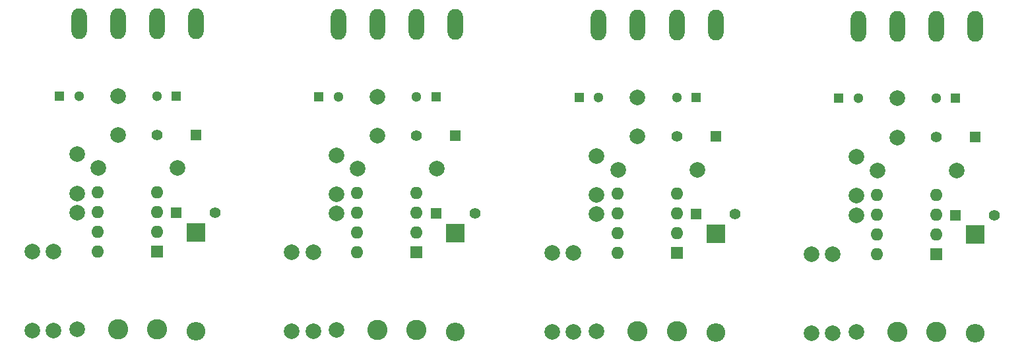
<source format=gbr>
G04 #@! TF.FileFunction,Copper,L1,Top,Signal*
%FSLAX46Y46*%
G04 Gerber Fmt 4.6, Leading zero omitted, Abs format (unit mm)*
G04 Created by KiCad (PCBNEW 4.0.5+dfsg1-4) date Sat Jun 20 17:51:13 2020*
%MOMM*%
%LPD*%
G01*
G04 APERTURE LIST*
%ADD10C,0.100000*%
%ADD11R,1.300000X1.300000*%
%ADD12C,1.300000*%
%ADD13C,1.998980*%
%ADD14R,1.400000X1.400000*%
%ADD15C,1.400000*%
%ADD16C,2.600000*%
%ADD17R,2.400000X2.400000*%
%ADD18O,2.400000X2.400000*%
%ADD19R,1.600000X1.600000*%
%ADD20O,1.600000X1.600000*%
%ADD21O,1.981200X3.962400*%
G04 APERTURE END LIST*
D10*
D11*
X128600000Y-137200000D03*
D12*
X126100000Y-137200000D03*
D13*
X115850000Y-152200000D03*
X115850000Y-167200000D03*
D14*
X131100000Y-142200000D03*
D15*
X126100000Y-142200000D03*
D14*
X128600000Y-152200000D03*
D15*
X133600000Y-152200000D03*
D16*
X121100000Y-167200000D03*
X126100000Y-167200000D03*
D13*
X115850000Y-149699360D03*
X115850000Y-144698100D03*
X121100000Y-137200640D03*
X121100000Y-142201900D03*
X118600000Y-146450000D03*
X128760000Y-146450000D03*
D17*
X131100000Y-154700000D03*
D18*
X131100000Y-167400000D03*
D13*
X110100000Y-157200000D03*
X110100000Y-167360000D03*
X112850000Y-157200000D03*
X112850000Y-167360000D03*
D11*
X113600000Y-137200000D03*
D12*
X116100000Y-137200000D03*
D19*
X126100000Y-157200000D03*
D20*
X118480000Y-149580000D03*
X126100000Y-154660000D03*
X118480000Y-152120000D03*
X126100000Y-152120000D03*
X118480000Y-154660000D03*
X126100000Y-149580000D03*
X118480000Y-157200000D03*
D21*
X131100000Y-127900000D03*
X126100000Y-127900000D03*
X121100000Y-127900000D03*
X116100000Y-127900000D03*
X154400000Y-128000000D03*
X149400000Y-128000000D03*
X164400000Y-128000000D03*
X159400000Y-128000000D03*
D19*
X159400000Y-157300000D03*
D20*
X151780000Y-149680000D03*
X159400000Y-154760000D03*
X151780000Y-152220000D03*
X159400000Y-152220000D03*
X151780000Y-154760000D03*
X159400000Y-149680000D03*
X151780000Y-157300000D03*
D11*
X146900000Y-137300000D03*
D12*
X149400000Y-137300000D03*
D13*
X146150000Y-157300000D03*
X146150000Y-167460000D03*
X143400000Y-157300000D03*
X143400000Y-167460000D03*
D17*
X164400000Y-154800000D03*
D18*
X164400000Y-167500000D03*
D13*
X151900000Y-146550000D03*
X162060000Y-146550000D03*
X154400000Y-137300640D03*
X154400000Y-142301900D03*
X149150000Y-149799360D03*
X149150000Y-144798100D03*
D16*
X154400000Y-167300000D03*
X159400000Y-167300000D03*
D14*
X161900000Y-152300000D03*
D15*
X166900000Y-152300000D03*
D14*
X164400000Y-142300000D03*
D15*
X159400000Y-142300000D03*
D13*
X149150000Y-152300000D03*
X149150000Y-167300000D03*
D11*
X161900000Y-137300000D03*
D12*
X159400000Y-137300000D03*
D11*
X95200000Y-137100000D03*
D12*
X92700000Y-137100000D03*
D13*
X82450000Y-152100000D03*
X82450000Y-167100000D03*
D14*
X97700000Y-142100000D03*
D15*
X92700000Y-142100000D03*
D14*
X95200000Y-152100000D03*
D15*
X100200000Y-152100000D03*
D16*
X87700000Y-167100000D03*
X92700000Y-167100000D03*
D13*
X82450000Y-149599360D03*
X82450000Y-144598100D03*
X87700000Y-137100640D03*
X87700000Y-142101900D03*
X85200000Y-146350000D03*
X95360000Y-146350000D03*
D17*
X97700000Y-154600000D03*
D18*
X97700000Y-167300000D03*
D13*
X76700000Y-157100000D03*
X76700000Y-167260000D03*
X79450000Y-157100000D03*
X79450000Y-167260000D03*
D11*
X80200000Y-137100000D03*
D12*
X82700000Y-137100000D03*
D19*
X92700000Y-157100000D03*
D20*
X85080000Y-149480000D03*
X92700000Y-154560000D03*
X85080000Y-152020000D03*
X92700000Y-152020000D03*
X85080000Y-154560000D03*
X92700000Y-149480000D03*
X85080000Y-157100000D03*
D21*
X97700000Y-127800000D03*
X92700000Y-127800000D03*
X87700000Y-127800000D03*
X82700000Y-127800000D03*
X54400000Y-127700000D03*
X49400000Y-127700000D03*
X64400000Y-127700000D03*
X59400000Y-127700000D03*
D19*
X59400000Y-157000000D03*
D20*
X51780000Y-149380000D03*
X59400000Y-154460000D03*
X51780000Y-151920000D03*
X59400000Y-151920000D03*
X51780000Y-154460000D03*
X59400000Y-149380000D03*
X51780000Y-157000000D03*
D11*
X46900000Y-137000000D03*
D12*
X49400000Y-137000000D03*
D13*
X46150000Y-157000000D03*
X46150000Y-167160000D03*
X43400000Y-157000000D03*
X43400000Y-167160000D03*
D17*
X64400000Y-154500000D03*
D18*
X64400000Y-167200000D03*
D13*
X51900000Y-146250000D03*
X62060000Y-146250000D03*
X54400000Y-137000640D03*
X54400000Y-142001900D03*
X49150000Y-149499360D03*
X49150000Y-144498100D03*
D16*
X54400000Y-167000000D03*
X59400000Y-167000000D03*
D14*
X61900000Y-152000000D03*
D15*
X66900000Y-152000000D03*
D14*
X64400000Y-142000000D03*
D15*
X59400000Y-142000000D03*
D13*
X49150000Y-152000000D03*
X49150000Y-167000000D03*
D11*
X61900000Y-137000000D03*
D12*
X59400000Y-137000000D03*
M02*

</source>
